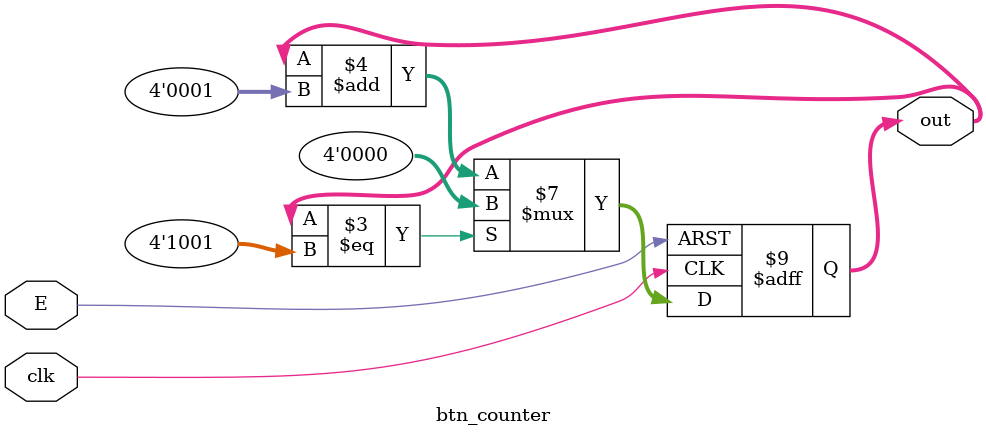
<source format=v>
`timescale 1ns / 1ps


module btn_counter(
    input clk,
    input E,
    output reg [3:0] out
    );
    
    initial begin
       out <= 4'd0;
    end
    
    always @ (posedge clk or negedge E) begin
        if (!E)
            out <= 0;
        else if (out == 4'd9)
            out <= 4'd0;
        else
            out <= out + 4'd1;
    end
endmodule

</source>
